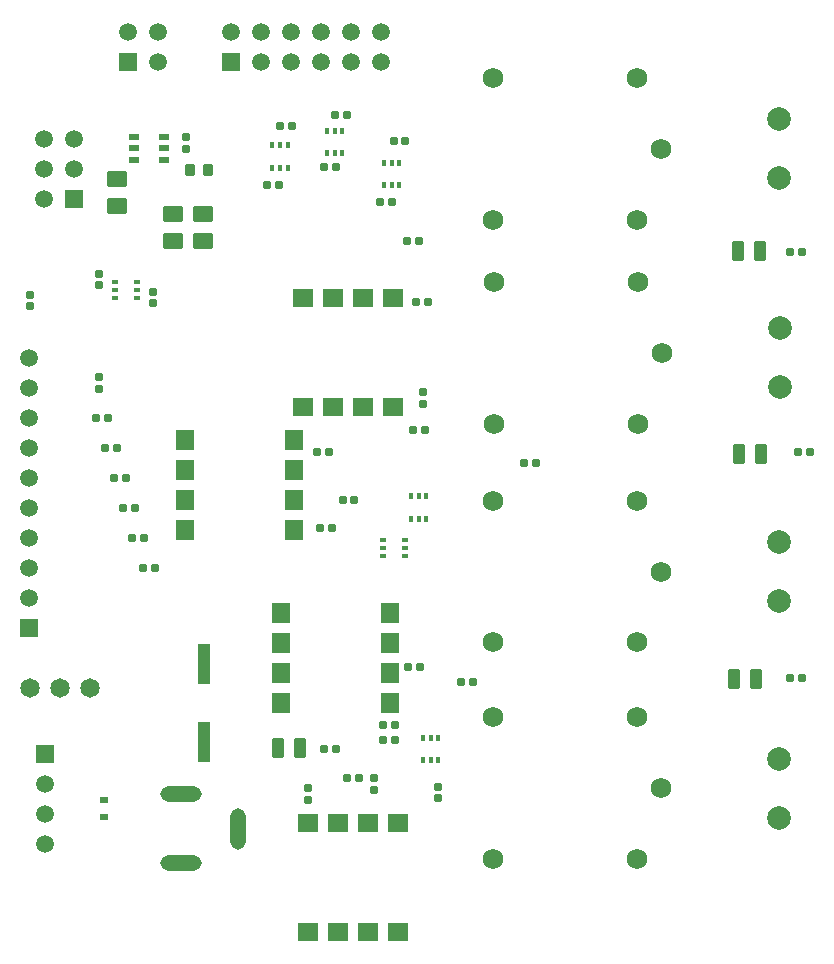
<source format=gbr>
%TF.GenerationSoftware,Altium Limited,Altium Designer,23.9.2 (47)*%
G04 Layer_Color=255*
%FSLAX45Y45*%
%MOMM*%
%TF.SameCoordinates,15915765-FD2E-4A0E-A91D-014651F65676*%
%TF.FilePolarity,Positive*%
%TF.FileFunction,Pads,Top*%
%TF.Part,Single*%
G01*
G75*
%TA.AperFunction,SMDPad,CuDef*%
G04:AMPARAMS|DCode=10|XSize=1mm|YSize=1.7mm|CornerRadius=0.125mm|HoleSize=0mm|Usage=FLASHONLY|Rotation=180.000|XOffset=0mm|YOffset=0mm|HoleType=Round|Shape=RoundedRectangle|*
%AMROUNDEDRECTD10*
21,1,1.00000,1.45000,0,0,180.0*
21,1,0.75000,1.70000,0,0,180.0*
1,1,0.25000,-0.37500,0.72500*
1,1,0.25000,0.37500,0.72500*
1,1,0.25000,0.37500,-0.72500*
1,1,0.25000,-0.37500,-0.72500*
%
%ADD10ROUNDEDRECTD10*%
%ADD11R,0.90170X0.50800*%
%ADD12R,0.42000X0.60000*%
G04:AMPARAMS|DCode=13|XSize=0.6mm|YSize=0.7mm|CornerRadius=0.075mm|HoleSize=0mm|Usage=FLASHONLY|Rotation=0.000|XOffset=0mm|YOffset=0mm|HoleType=Round|Shape=RoundedRectangle|*
%AMROUNDEDRECTD13*
21,1,0.60000,0.55000,0,0,0.0*
21,1,0.45000,0.70000,0,0,0.0*
1,1,0.15000,0.22500,-0.27500*
1,1,0.15000,-0.22500,-0.27500*
1,1,0.15000,-0.22500,0.27500*
1,1,0.15000,0.22500,0.27500*
%
%ADD13ROUNDEDRECTD13*%
%ADD14R,0.70000X0.60000*%
%ADD15R,1.09220X3.40360*%
%ADD16R,1.78000X1.52000*%
G04:AMPARAMS|DCode=17|XSize=0.6mm|YSize=0.7mm|CornerRadius=0.075mm|HoleSize=0mm|Usage=FLASHONLY|Rotation=90.000|XOffset=0mm|YOffset=0mm|HoleType=Round|Shape=RoundedRectangle|*
%AMROUNDEDRECTD17*
21,1,0.60000,0.55000,0,0,90.0*
21,1,0.45000,0.70000,0,0,90.0*
1,1,0.15000,0.27500,0.22500*
1,1,0.15000,0.27500,-0.22500*
1,1,0.15000,-0.27500,-0.22500*
1,1,0.15000,-0.27500,0.22500*
%
%ADD17ROUNDEDRECTD17*%
%ADD18R,1.52000X1.78000*%
%ADD19R,0.60000X0.42000*%
G04:AMPARAMS|DCode=20|XSize=1.4mm|YSize=1.7mm|CornerRadius=0.175mm|HoleSize=0mm|Usage=FLASHONLY|Rotation=90.000|XOffset=0mm|YOffset=0mm|HoleType=Round|Shape=RoundedRectangle|*
%AMROUNDEDRECTD20*
21,1,1.40000,1.35000,0,0,90.0*
21,1,1.05000,1.70000,0,0,90.0*
1,1,0.35000,0.67500,0.52500*
1,1,0.35000,0.67500,-0.52500*
1,1,0.35000,-0.67500,-0.52500*
1,1,0.35000,-0.67500,0.52500*
%
%ADD20ROUNDEDRECTD20*%
G04:AMPARAMS|DCode=21|XSize=0.8mm|YSize=1mm|CornerRadius=0.1mm|HoleSize=0mm|Usage=FLASHONLY|Rotation=0.000|XOffset=0mm|YOffset=0mm|HoleType=Round|Shape=RoundedRectangle|*
%AMROUNDEDRECTD21*
21,1,0.80000,0.80000,0,0,0.0*
21,1,0.60000,1.00000,0,0,0.0*
1,1,0.20000,0.30000,-0.40000*
1,1,0.20000,-0.30000,-0.40000*
1,1,0.20000,-0.30000,0.40000*
1,1,0.20000,0.30000,0.40000*
%
%ADD21ROUNDEDRECTD21*%
%TA.AperFunction,ComponentPad*%
%ADD31R,1.50000X1.50000*%
%ADD32C,1.50000*%
%ADD33C,1.65100*%
%ADD34C,2.00000*%
%ADD35C,1.75000*%
%ADD36O,3.50800X1.30800*%
%ADD37O,1.30800X3.50800*%
%ADD38R,1.50000X1.50000*%
D10*
X7652000Y9118600D02*
D03*
X7842000D02*
D03*
X7664700Y7404100D02*
D03*
X7854700D02*
D03*
X7620000Y5499100D02*
D03*
X7810000D02*
D03*
X3759200Y4914900D02*
D03*
X3949200D02*
D03*
D11*
X2540000Y10083300D02*
D03*
Y9988300D02*
D03*
Y9893300D02*
D03*
X2800350D02*
D03*
Y9988300D02*
D03*
Y10083300D02*
D03*
D12*
X4989600Y4997200D02*
D03*
X5054600D02*
D03*
X5119600D02*
D03*
X4989600Y4807200D02*
D03*
X5054600D02*
D03*
X5119600D02*
D03*
X4659400Y9867400D02*
D03*
X4724400D02*
D03*
X4789400D02*
D03*
X4659400Y9677400D02*
D03*
X4724400D02*
D03*
X4789400D02*
D03*
X3713225Y10015600D02*
D03*
X3778225D02*
D03*
X3843225D02*
D03*
X3713225Y9825600D02*
D03*
X3778225D02*
D03*
X3843225D02*
D03*
X4175965Y10138072D02*
D03*
X4240966D02*
D03*
X4305965D02*
D03*
X4175965Y9948072D02*
D03*
X4240966D02*
D03*
X4305965D02*
D03*
X4888000Y7041900D02*
D03*
X4953000D02*
D03*
X5018000D02*
D03*
X4888000Y6851900D02*
D03*
X4953000D02*
D03*
X5018000D02*
D03*
D13*
X4649000Y4978400D02*
D03*
X4749000D02*
D03*
X4344200Y4660900D02*
D03*
X4444200D02*
D03*
X4928400Y8686800D02*
D03*
X5028400D02*
D03*
X4852200Y9207500D02*
D03*
X4952200D02*
D03*
X2299500Y7454900D02*
D03*
X2399500D02*
D03*
X2223300Y7708900D02*
D03*
X2323300D02*
D03*
X2717000Y6438900D02*
D03*
X2617000D02*
D03*
X2628100Y6692900D02*
D03*
X2528100D02*
D03*
X2451900Y6946900D02*
D03*
X2551900D02*
D03*
X2375700Y7200900D02*
D03*
X2475700D02*
D03*
X4740440Y10053320D02*
D03*
X4840440D02*
D03*
X4254500Y9829800D02*
D03*
X4154500D02*
D03*
X4242600Y10274300D02*
D03*
X4342600D02*
D03*
X3771100Y9677400D02*
D03*
X3671100D02*
D03*
X3780865Y10175620D02*
D03*
X3880865D02*
D03*
X4723600Y9537700D02*
D03*
X4623600D02*
D03*
X5003000Y7607300D02*
D03*
X4903000D02*
D03*
X4191000Y7416800D02*
D03*
X4091000D02*
D03*
X4217200Y6776800D02*
D03*
X4117200D02*
D03*
X4307700Y7010400D02*
D03*
X4407700D02*
D03*
X5942800Y7327900D02*
D03*
X5842800D02*
D03*
X5409400Y5473700D02*
D03*
X5309400D02*
D03*
X4964500Y5600300D02*
D03*
X4864500D02*
D03*
X4748200Y5105400D02*
D03*
X4648200D02*
D03*
X8100000Y9111200D02*
D03*
X8200000D02*
D03*
X8162700Y7416000D02*
D03*
X8262700D02*
D03*
X8100000Y5504900D02*
D03*
X8200000D02*
D03*
X4153700Y4902200D02*
D03*
X4253700D02*
D03*
D14*
X2286000Y4330700D02*
D03*
Y4470700D02*
D03*
D15*
X3136900Y5626100D02*
D03*
Y4965700D02*
D03*
D16*
X4267200Y4279800D02*
D03*
X4775200D02*
D03*
X4521200D02*
D03*
X4013200D02*
D03*
X4775200Y3352800D02*
D03*
X4521200D02*
D03*
X4267200D02*
D03*
X4013200D02*
D03*
X4737100Y8724900D02*
D03*
X4483100D02*
D03*
X4229100D02*
D03*
X3975100D02*
D03*
X4737100Y7797900D02*
D03*
X4229100D02*
D03*
X3975100D02*
D03*
X4483100D02*
D03*
D17*
X4013200Y4471200D02*
D03*
Y4571200D02*
D03*
X2247900Y7950200D02*
D03*
Y8050200D02*
D03*
X1663700Y8649500D02*
D03*
Y8749500D02*
D03*
X2247900Y8927300D02*
D03*
Y8827300D02*
D03*
X2705100Y8774900D02*
D03*
Y8674900D02*
D03*
X2981960Y10083800D02*
D03*
Y9983800D02*
D03*
X4991100Y7824000D02*
D03*
Y7924000D02*
D03*
X4572000Y4659300D02*
D03*
Y4559300D02*
D03*
X5118100Y4483900D02*
D03*
Y4583900D02*
D03*
D18*
X3784700Y6057900D02*
D03*
Y5803900D02*
D03*
Y5549900D02*
D03*
Y5295900D02*
D03*
X4711700Y6057900D02*
D03*
Y5549900D02*
D03*
Y5295900D02*
D03*
Y5803900D02*
D03*
X2971800Y7518400D02*
D03*
Y7264400D02*
D03*
Y7010400D02*
D03*
Y6756400D02*
D03*
X3898800Y7518400D02*
D03*
Y7010400D02*
D03*
Y6756400D02*
D03*
Y7264400D02*
D03*
D19*
X2381500Y8723400D02*
D03*
Y8788400D02*
D03*
Y8853400D02*
D03*
X2571500Y8723400D02*
D03*
Y8788400D02*
D03*
Y8853400D02*
D03*
X4648700Y6540500D02*
D03*
Y6605500D02*
D03*
Y6670500D02*
D03*
X4838700Y6540500D02*
D03*
Y6605500D02*
D03*
Y6670500D02*
D03*
D20*
X3124200Y9207500D02*
D03*
Y9436100D02*
D03*
X2870200Y9207500D02*
D03*
Y9436100D02*
D03*
X2400300Y9499600D02*
D03*
Y9728200D02*
D03*
D21*
X3016180Y9806940D02*
D03*
X3166180D02*
D03*
D31*
X1651000Y5930900D02*
D03*
X1790700Y4864100D02*
D03*
X2032000Y9563100D02*
D03*
D32*
X1651000Y6184900D02*
D03*
Y6692900D02*
D03*
Y6946900D02*
D03*
Y7200900D02*
D03*
Y7454900D02*
D03*
Y7708900D02*
D03*
Y7962900D02*
D03*
Y8216900D02*
D03*
Y6438900D02*
D03*
X1790700Y4610100D02*
D03*
Y4356100D02*
D03*
Y4102100D02*
D03*
X1778000Y9563100D02*
D03*
X2032000Y9817100D02*
D03*
X1778000D02*
D03*
X2032000Y10071100D02*
D03*
X1778000D02*
D03*
X2743200Y10972800D02*
D03*
Y10718800D02*
D03*
X2489200Y10972800D02*
D03*
X4635500D02*
D03*
Y10718800D02*
D03*
X4381500Y10972800D02*
D03*
Y10718800D02*
D03*
X4127500Y10972800D02*
D03*
Y10718800D02*
D03*
X3873500Y10972800D02*
D03*
Y10718800D02*
D03*
X3619500Y10972800D02*
D03*
Y10718800D02*
D03*
X3365500Y10972800D02*
D03*
D33*
X2166620Y5420360D02*
D03*
X1912620D02*
D03*
X1658620D02*
D03*
D34*
X8000000Y4320000D02*
D03*
Y4820000D02*
D03*
Y6154900D02*
D03*
Y6654900D02*
D03*
X8013700Y7966900D02*
D03*
Y8466900D02*
D03*
X8000000Y10235800D02*
D03*
Y9735800D02*
D03*
D35*
X6800000Y7004900D02*
D03*
X5580000Y5804900D02*
D03*
X6800000D02*
D03*
X7000000Y6404900D02*
D03*
X5580000Y7004900D02*
D03*
Y5170000D02*
D03*
X7000000Y4570000D02*
D03*
X6800000Y3970000D02*
D03*
X5580000D02*
D03*
X6800000Y5170000D02*
D03*
X5580000Y10585800D02*
D03*
X7000000Y9985800D02*
D03*
X6800000Y9385800D02*
D03*
X5580000D02*
D03*
X6800000Y10585800D02*
D03*
X5592700Y8852500D02*
D03*
X7012700Y8252500D02*
D03*
X6812700Y7652500D02*
D03*
X5592700D02*
D03*
X6812700Y8852500D02*
D03*
D36*
X2939200Y4519100D02*
D03*
Y3939100D02*
D03*
D37*
X3419200Y4229100D02*
D03*
D38*
X2489200Y10718800D02*
D03*
X3365500D02*
D03*
%TF.MD5,1b18716a48214754f232697bab85c85c*%
M02*

</source>
